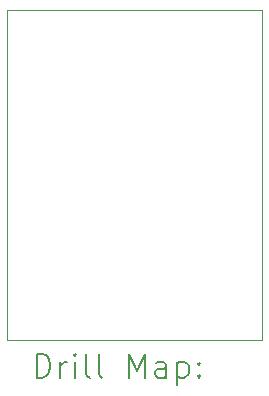
<source format=gbr>
%FSLAX45Y45*%
G04 Gerber Fmt 4.5, Leading zero omitted, Abs format (unit mm)*
G04 Created by KiCad (PCBNEW (6.0.6)) date 2022-06-23 13:21:30*
%MOMM*%
%LPD*%
G01*
G04 APERTURE LIST*
%TA.AperFunction,Profile*%
%ADD10C,0.100000*%
%TD*%
%ADD11C,0.200000*%
G04 APERTURE END LIST*
D10*
X2159000Y-2794000D02*
X0Y-2794000D01*
X0Y0D01*
X2159000Y0D01*
X2159000Y-2794000D01*
D11*
X252619Y-3109476D02*
X252619Y-2909476D01*
X300238Y-2909476D01*
X328810Y-2919000D01*
X347857Y-2938048D01*
X357381Y-2957095D01*
X366905Y-2995190D01*
X366905Y-3023762D01*
X357381Y-3061857D01*
X347857Y-3080905D01*
X328810Y-3099952D01*
X300238Y-3109476D01*
X252619Y-3109476D01*
X452619Y-3109476D02*
X452619Y-2976143D01*
X452619Y-3014238D02*
X462143Y-2995190D01*
X471667Y-2985667D01*
X490714Y-2976143D01*
X509762Y-2976143D01*
X576429Y-3109476D02*
X576429Y-2976143D01*
X576429Y-2909476D02*
X566905Y-2919000D01*
X576429Y-2928524D01*
X585952Y-2919000D01*
X576429Y-2909476D01*
X576429Y-2928524D01*
X700238Y-3109476D02*
X681190Y-3099952D01*
X671667Y-3080905D01*
X671667Y-2909476D01*
X805000Y-3109476D02*
X785952Y-3099952D01*
X776428Y-3080905D01*
X776428Y-2909476D01*
X1033571Y-3109476D02*
X1033571Y-2909476D01*
X1100238Y-3052333D01*
X1166905Y-2909476D01*
X1166905Y-3109476D01*
X1347857Y-3109476D02*
X1347857Y-3004714D01*
X1338333Y-2985667D01*
X1319286Y-2976143D01*
X1281190Y-2976143D01*
X1262143Y-2985667D01*
X1347857Y-3099952D02*
X1328810Y-3109476D01*
X1281190Y-3109476D01*
X1262143Y-3099952D01*
X1252619Y-3080905D01*
X1252619Y-3061857D01*
X1262143Y-3042809D01*
X1281190Y-3033286D01*
X1328810Y-3033286D01*
X1347857Y-3023762D01*
X1443095Y-2976143D02*
X1443095Y-3176143D01*
X1443095Y-2985667D02*
X1462143Y-2976143D01*
X1500238Y-2976143D01*
X1519286Y-2985667D01*
X1528809Y-2995190D01*
X1538333Y-3014238D01*
X1538333Y-3071381D01*
X1528809Y-3090428D01*
X1519286Y-3099952D01*
X1500238Y-3109476D01*
X1462143Y-3109476D01*
X1443095Y-3099952D01*
X1624048Y-3090428D02*
X1633571Y-3099952D01*
X1624048Y-3109476D01*
X1614524Y-3099952D01*
X1624048Y-3090428D01*
X1624048Y-3109476D01*
X1624048Y-2985667D02*
X1633571Y-2995190D01*
X1624048Y-3004714D01*
X1614524Y-2995190D01*
X1624048Y-2985667D01*
X1624048Y-3004714D01*
M02*

</source>
